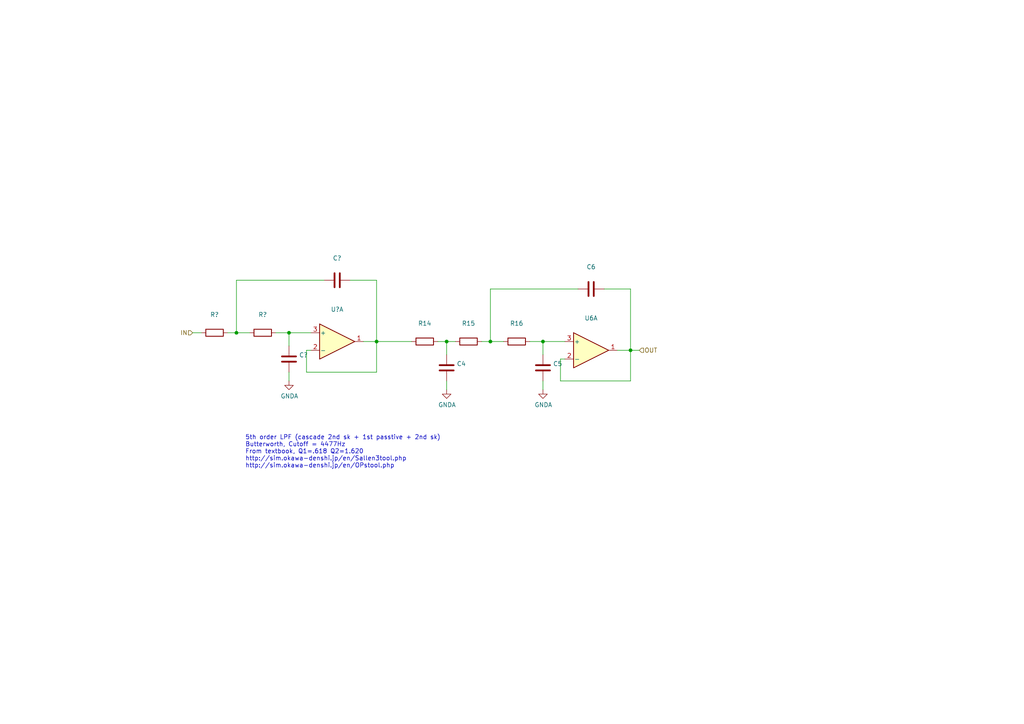
<source format=kicad_sch>
(kicad_sch (version 20211123) (generator eeschema)
  (paper "A4")
  (lib_symbols
    (symbol "Amplifier_Operational:TL072" (pin_names (offset 0.127))
      (property "Reference" "U" (at 0 5.08 0))
      (property "Value" "TL072" (at 0 -5.08 0))
      (symbol "TL072_1_1"
        (polyline (pts (xy -5.08 5.08) (xy 5.08 0) (xy -5.08 -5.08) (xy -5.08 5.08)) (stroke (width 0.254)) (fill (type background)))
        (pin output line (at 7.62 0 180) (length 2.54) (name "~") (number "1"))
        (pin input line (at -7.62 -2.54 0) (length 2.54) (name "-") (number "2"))
        (pin input line (at -7.62 2.54 0) (length 2.54) (name "+") (number "3"))
      )
      (symbol "TL072_2_1"
        (polyline (pts (xy -5.08 5.08) (xy 5.08 0) (xy -5.08 -5.08) (xy -5.08 5.08)) (stroke (width 0.254)) (fill (type background)))
        (pin input line (at -7.62 2.54 0) (length 2.54) (name "+") (number "5"))
        (pin input line (at -7.62 -2.54 0) (length 2.54) (name "-") (number "6"))
        (pin output line (at 7.62 0 180) (length 2.54) (name "~") (number "7"))
      )
      (symbol "TL072_3_1"
        (pin power_in line (at -2.54 -7.62 90) (length 3.81) (name "V-") (number "4"))
        (pin power_in line (at -2.54 7.62 270) (length 3.81) (name "V+") (number "8"))
      )
    )
    (symbol "Device:C" (pin_numbers hide) (pin_names (offset 0.254))
      (property "Reference" "C" (at 0.635 2.54 0))
      (property "Value" "C" (at 0.635 -2.54 0))
      (symbol "C_0_1"
        (polyline (pts (xy -2.032 -0.762) (xy 2.032 -0.762)) (stroke (width 0.508)))
        (polyline (pts (xy -2.032 0.762) (xy 2.032 0.762)) (stroke (width 0.508)))
      )
      (symbol "C_1_1"
        (pin passive line (at 0 3.81 270) (length 2.794) (name "~") (number "1"))
        (pin passive line (at 0 -3.81 90) (length 2.794) (name "~") (number "2"))
      )
    )
    (symbol "Device:R" (pin_numbers hide) (pin_names (offset 0))
      (property "Reference" "R" (at 2.032 0 90))
      (property "Value" "R" (at 0 0 90))
      (symbol "R_0_1"
        (rectangle (start -1.016 -2.54) (end 1.016 2.54) (stroke (width 0.254)))
      )
      (symbol "R_1_1"
        (pin passive line (at 0 3.81 270) (length 1.27) (name "~") (number "1"))
        (pin passive line (at 0 -3.81 90) (length 1.27) (name "~") (number "2"))
      )
    )
    (symbol "power:GNDA" (power) (pin_names (offset 0))
      (property "Value" "GNDA" (at 0 -3.81 0))
      (symbol "GNDA_0_1"
        (polyline (pts (xy 0 0) (xy 0 -1.27) (xy 1.27 -1.27) (xy 0 -2.54) (xy -1.27 -1.27) (xy 0 -1.27)))
      )
      (symbol "GNDA_1_1"
        (pin power_in line (at 0 0 270) (length 0) hide (name "GNDA") (number "1"))
      )
    )
  )
  (junction (at 109.22 99.06))
  (junction (at 157.48 99.06))
  (junction (at 83.82 96.52))
  (junction (at 182.88 101.6))
  (junction (at 142.24 99.06))
  (junction (at 68.58 96.52))
  (junction (at 129.54 99.06))
  (wire (pts (xy 157.48 113.03) (xy 157.48 110.49)))
  (wire (pts (xy 80.01 96.52) (xy 83.82 96.52)))
  (wire (pts (xy 142.24 83.82) (xy 167.64 83.82)))
  (wire (pts (xy 182.88 101.6) (xy 179.07 101.6)))
  (wire (pts (xy 139.7 99.06) (xy 142.24 99.06)))
  (wire (pts (xy 83.82 96.52) (xy 90.17 96.52)))
  (wire (pts (xy 101.6 81.28) (xy 109.22 81.28)))
  (wire (pts (xy 90.17 101.6) (xy 88.9 101.6)))
  (wire (pts (xy 129.54 102.87) (xy 129.54 99.06)))
  (wire (pts (xy 142.24 99.06) (xy 142.24 83.82)))
  (wire (pts (xy 55.88 96.52) (xy 58.42 96.52)))
  (wire (pts (xy 68.58 96.52) (xy 68.58 81.28)))
  (wire (pts (xy 157.48 102.87) (xy 157.48 99.06)))
  (wire (pts (xy 66.04 96.52) (xy 68.58 96.52)))
  (wire (pts (xy 83.82 100.33) (xy 83.82 96.52)))
  (wire (pts (xy 163.83 104.14) (xy 162.56 104.14)))
  (wire (pts (xy 109.22 81.28) (xy 109.22 99.06)))
  (wire (pts (xy 182.88 83.82) (xy 182.88 101.6)))
  (wire (pts (xy 162.56 104.14) (xy 162.56 110.49)))
  (wire (pts (xy 182.88 110.49) (xy 182.88 101.6)))
  (wire (pts (xy 109.22 99.06) (xy 119.38 99.06)))
  (wire (pts (xy 88.9 101.6) (xy 88.9 107.95)))
  (wire (pts (xy 109.22 99.06) (xy 105.41 99.06)))
  (wire (pts (xy 162.56 110.49) (xy 182.88 110.49)))
  (wire (pts (xy 88.9 107.95) (xy 109.22 107.95)))
  (wire (pts (xy 185.42 101.6) (xy 182.88 101.6)))
  (wire (pts (xy 68.58 96.52) (xy 72.39 96.52)))
  (wire (pts (xy 127 99.06) (xy 129.54 99.06)))
  (wire (pts (xy 109.22 107.95) (xy 109.22 99.06)))
  (wire (pts (xy 175.26 83.82) (xy 182.88 83.82)))
  (wire (pts (xy 142.24 99.06) (xy 146.05 99.06)))
  (wire (pts (xy 83.82 110.49) (xy 83.82 107.95)))
  (wire (pts (xy 129.54 110.49) (xy 129.54 113.03)))
  (wire (pts (xy 68.58 81.28) (xy 93.98 81.28)))
  (wire (pts (xy 157.48 99.06) (xy 163.83 99.06)))
  (wire (pts (xy 129.54 99.06) (xy 132.08 99.06)))
  (wire (pts (xy 153.67 99.06) (xy 157.48 99.06)))
  (text "5th order LPF (cascade 2nd sk + 1st passtive + 2nd sk)\nButterworth, Cutoff = 4477Hz\nFrom textbook, Q1=.618 Q2=1.620\nhttp://sim.okawa-denshi.jp/en/Sallen3tool.php\nhttp://sim.okawa-denshi.jp/en/OPstool.php" (at 71.12 135.89 0) (effects (font (size 1.27 1.27)) (justify left bottom)))
  (hierarchical_label "OUT" (shape input) (at 185.42 101.6 0))
  (hierarchical_label "IN" (shape input) (at 55.88 96.52 180))
  (symbol (lib_id "Amplifier_Operational:TL072") (at 171.45 101.6 0) (unit 1)
    (property "Reference" "U6" (at 171.45 92.2782 0))
    (property "Footprint" "kicad-legacy/Housings_DIP.pretty:DIP-8_W7.62mm" (effects hide))
    (property "Datasheet" "http://www.ti.com/lit/ds/symlink/tl071.pdf" (effects hide))
  )
  (symbol (lib_id "Device:R") (at 149.86 99.06 270) (unit 1)
    (property "Reference" "R16" (at 149.86 93.8022 90))
    (property "Footprint" "kicad-legacy/kicad-footprints/Resistor_THT.pretty:R_Axial_DIN0204_L3.6mm_D1.6mm_P2.54mm_Vertical" (effects hide))
  )
  (symbol (lib_id "Device:R") (at 135.89 99.06 270) (unit 1)
    (property "Reference" "R15" (at 135.89 93.8022 90))
    (property "Footprint" "kicad-legacy/kicad-footprints/Resistor_THT.pretty:R_Axial_DIN0204_L3.6mm_D1.6mm_P2.54mm_Vertical" (effects hide))
  )
  (symbol (lib_id "Device:R") (at 123.19 99.06 270) (unit 1)
    (property "Reference" "R14" (at 123.19 93.8022 90))
    (property "Footprint" "kicad-legacy/kicad-footprints/Resistor_THT.pretty:R_Axial_DIN0204_L3.6mm_D1.6mm_P2.54mm_Vertical" (effects hide))
  )
  (symbol (lib_id "Device:C") (at 171.45 83.82 270) (unit 1)
    (property "Reference" "C6" (at 171.45 77.4192 90))
  )
  (symbol (lib_id "Device:C") (at 157.48 106.68 180) (unit 1)
    (property "Reference" "C5" (at 160.401 105.5116 0) (effects (justify right)))
  )
  (symbol (lib_id "Device:C") (at 129.54 106.68 180) (unit 1)
    (property "Reference" "C4" (at 132.461 105.5116 0) (effects (justify right)))
  )
  (symbol (lib_id "Amplifier_Operational:TL072") (at 97.79 99.06 0) (unit 1)
    (property "Reference" "U?" (at 97.79 89.7382 0))
    (property "Footprint" "kicad-legacy/Housings_DIP.pretty:DIP-8_W7.62mm" (effects hide))
    (property "Datasheet" "http://www.ti.com/lit/ds/symlink/tl071.pdf" (effects hide))
  )
  (symbol (lib_id "Device:R") (at 76.2 96.52 270) (unit 1)
    (property "Reference" "R?" (at 76.2 91.2622 90))
    (property "Footprint" "kicad-legacy/kicad-footprints/Resistor_THT.pretty:R_Axial_DIN0204_L3.6mm_D1.6mm_P2.54mm_Vertical" (effects hide))
  )
  (symbol (lib_id "Device:R") (at 62.23 96.52 270) (unit 1)
    (property "Reference" "R?" (at 62.23 91.2622 90))
    (property "Footprint" "kicad-legacy/kicad-footprints/Resistor_THT.pretty:R_Axial_DIN0204_L3.6mm_D1.6mm_P2.54mm_Vertical" (effects hide))
  )
  (symbol (lib_id "Device:C") (at 97.79 81.28 270) (unit 1)
    (property "Reference" "C?" (at 97.79 74.8792 90))
  )
  (symbol (lib_id "Device:C") (at 83.82 104.14 180) (unit 1)
    (property "Reference" "C?" (at 86.741 102.9716 0) (effects (justify right)))
  )
  (symbol (lib_id "power:GNDA") (at 83.82 110.49 0) (unit 1)
    (property "Reference" "#PWR?" (effects hide))
  )
  (symbol (lib_id "power:GNDA") (at 129.54 113.03 0) (unit 1)
    (property "Reference" "#PWR?" (effects hide))
  )
  (symbol (lib_id "power:GNDA") (at 157.48 113.03 0) (unit 1)
    (property "Reference" "#PWR?" (effects hide))
  )
)
</source>
